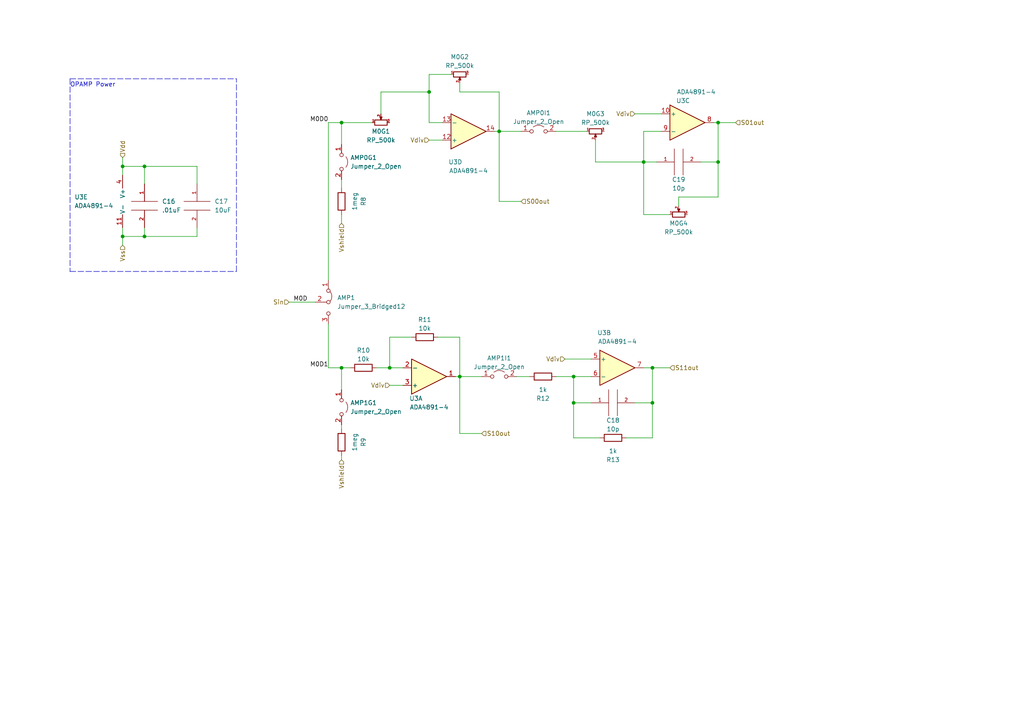
<source format=kicad_sch>
(kicad_sch (version 20211123) (generator eeschema)
  (paper "A4")
  (lib_symbols
    (symbol "Amplifier_Operational:LM324" (pin_names (offset 0.127))
      (property "Reference" "U" (at 0 5.08 0))
      (property "Value" "LM324" (at 0 -5.08 0))
      (symbol "LM324_1_1"
        (polyline (pts (xy -5.08 5.08) (xy 5.08 0) (xy -5.08 -5.08) (xy -5.08 5.08)) (stroke (width 0.254)) (fill (type background)))
        (pin output line (at 7.62 0 180) (length 2.54) (name "~") (number "1"))
        (pin input line (at -7.62 -2.54 0) (length 2.54) (name "-") (number "2"))
        (pin input line (at -7.62 2.54 0) (length 2.54) (name "+") (number "3"))
      )
      (symbol "LM324_2_1"
        (polyline (pts (xy -5.08 5.08) (xy 5.08 0) (xy -5.08 -5.08) (xy -5.08 5.08)) (stroke (width 0.254)) (fill (type background)))
        (pin input line (at -7.62 2.54 0) (length 2.54) (name "+") (number "5"))
        (pin input line (at -7.62 -2.54 0) (length 2.54) (name "-") (number "6"))
        (pin output line (at 7.62 0 180) (length 2.54) (name "~") (number "7"))
      )
      (symbol "LM324_3_1"
        (polyline (pts (xy -5.08 5.08) (xy 5.08 0) (xy -5.08 -5.08) (xy -5.08 5.08)) (stroke (width 0.254)) (fill (type background)))
        (pin input line (at -7.62 2.54 0) (length 2.54) (name "+") (number "10"))
        (pin output line (at 7.62 0 180) (length 2.54) (name "~") (number "8"))
        (pin input line (at -7.62 -2.54 0) (length 2.54) (name "-") (number "9"))
      )
      (symbol "LM324_4_1"
        (polyline (pts (xy -5.08 5.08) (xy 5.08 0) (xy -5.08 -5.08) (xy -5.08 5.08)) (stroke (width 0.254)) (fill (type background)))
        (pin input line (at -7.62 2.54 0) (length 2.54) (name "+") (number "12"))
        (pin input line (at -7.62 -2.54 0) (length 2.54) (name "-") (number "13"))
        (pin output line (at 7.62 0 180) (length 2.54) (name "~") (number "14"))
      )
      (symbol "LM324_5_1"
        (pin power_in line (at -2.54 -7.62 90) (length 3.81) (name "V-") (number "11"))
        (pin power_in line (at -2.54 7.62 270) (length 3.81) (name "V+") (number "4"))
      )
    )
    (symbol "Device:R" (pin_numbers hide) (pin_names (offset 0))
      (property "Reference" "R" (at 2.032 0 90))
      (property "Value" "R" (at 0 0 90))
      (symbol "R_0_1"
        (rectangle (start -1.016 -2.54) (end 1.016 2.54) (stroke (width 0.254)))
      )
      (symbol "R_1_1"
        (pin passive line (at 0 3.81 270) (length 1.27) (name "~") (number "1"))
        (pin passive line (at 0 -3.81 90) (length 1.27) (name "~") (number "2"))
      )
    )
    (symbol "Device:R_Potentiometer_Small" (pin_names (offset 1.016) hide)
      (property "Reference" "RV" (at -4.445 0 90))
      (property "Value" "R_Potentiometer_Small" (at -2.54 0 90))
      (symbol "R_Potentiometer_Small_0_1"
        (polyline (pts (xy 0.889 0) (xy 0.635 0) (xy 1.651 0.381) (xy 1.651 -0.381) (xy 0.635 0) (xy 0.889 0)) (fill (type outline)))
        (rectangle (start 0.762 1.8034) (end -0.762 -1.8034) (stroke (width 0.254)))
      )
      (symbol "R_Potentiometer_Small_1_1"
        (pin passive line (at 0 2.54 270) (length 0.635) (name "1") (number "1"))
        (pin passive line (at 2.54 0 180) (length 0.9906) (name "2") (number "2"))
        (pin passive line (at 0 -2.54 90) (length 0.635) (name "3") (number "3"))
      )
    )
    (symbol "Jumper:Jumper_2_Open" (pin_names (offset 0) hide)
      (property "Reference" "JP" (at 0 2.794 0))
      (property "Value" "Jumper_2_Open" (at 0 -2.286 0))
      (symbol "Jumper_2_Open_0_0"
        (circle (center -2.032 0) (radius 0.508))
        (circle (center 2.032 0) (radius 0.508))
      )
      (symbol "Jumper_2_Open_0_1"
        (arc (start 1.524 1.27) (mid 0 1.778) (end -1.524 1.27))
      )
      (symbol "Jumper_2_Open_1_1"
        (pin passive line (at -5.08 0 0) (length 2.54) (name "A") (number "1"))
        (pin passive line (at 5.08 0 180) (length 2.54) (name "B") (number "2"))
      )
    )
    (symbol "Jumper:Jumper_3_Bridged12" (pin_names (offset 0) hide)
      (property "Reference" "JP" (at -2.54 -2.54 0))
      (property "Value" "Jumper_3_Bridged12" (at 0 2.794 0))
      (symbol "Jumper_3_Bridged12_0_0"
        (circle (center -3.302 0) (radius 0.508))
        (circle (center 0 0) (radius 0.508))
        (circle (center 3.302 0) (radius 0.508))
      )
      (symbol "Jumper_3_Bridged12_0_1"
        (arc (start -0.254 0.508) (mid -1.651 0.9912) (end -3.048 0.508))
        (polyline (pts (xy 0 -1.27) (xy 0 -0.508)))
      )
      (symbol "Jumper_3_Bridged12_1_1"
        (pin passive line (at -6.35 0 0) (length 2.54) (name "A") (number "1"))
        (pin passive line (at 0 -3.81 90) (length 2.54) (name "C") (number "2"))
        (pin passive line (at 6.35 0 180) (length 2.54) (name "B") (number "3"))
      )
    )
    (symbol "pspice:CAP" (pin_names (offset 0.254))
      (property "Reference" "C" (at 2.54 3.81 90))
      (property "Value" "CAP" (at 2.54 -3.81 90))
      (symbol "CAP_0_1"
        (polyline (pts (xy -3.81 -1.27) (xy 3.81 -1.27)))
        (polyline (pts (xy -3.81 1.27) (xy 3.81 1.27)))
      )
      (symbol "CAP_1_1"
        (pin passive line (at 0 6.35 270) (length 5.08) (name "~") (number "1"))
        (pin passive line (at 0 -6.35 90) (length 5.08) (name "~") (number "2"))
      )
    )
  )
  (junction (at 166.37 116.84))
  (junction (at 133.35 109.22))
  (junction (at 208.28 46.99))
  (junction (at 35.56 68.58))
  (junction (at 99.06 106.68))
  (junction (at 144.78 38.1))
  (junction (at 124.46 26.67))
  (junction (at 208.28 35.56))
  (junction (at 189.23 106.68))
  (junction (at 99.06 35.56))
  (junction (at 113.03 106.68))
  (junction (at 35.56 48.26))
  (junction (at 189.23 116.84))
  (junction (at 41.91 68.58))
  (junction (at 41.91 48.26))
  (junction (at 166.37 109.22))
  (junction (at 186.69 46.99))
  (wire (pts (xy 208.28 35.56) (xy 213.36 35.56)))
  (wire (pts (xy 166.37 109.22) (xy 166.37 116.84)))
  (wire (pts (xy 186.69 38.1) (xy 186.69 46.99)))
  (wire (pts (xy 95.25 35.56) (xy 99.06 35.56)))
  (wire (pts (xy 95.25 106.68) (xy 99.06 106.68)))
  (wire (pts (xy 83.82 87.63) (xy 91.44 87.63)))
  (wire (pts (xy 208.28 46.99) (xy 208.28 35.56)))
  (wire (pts (xy 166.37 116.84) (xy 171.45 116.84)))
  (wire (pts (xy 95.25 93.98) (xy 95.25 106.68)))
  (wire (pts (xy 184.15 33.02) (xy 191.77 33.02)))
  (polyline (pts (xy 20.32 22.86) (xy 68.58 22.86)))
  (wire (pts (xy 133.35 24.13) (xy 133.35 26.67)))
  (wire (pts (xy 113.03 97.79) (xy 113.03 106.68)))
  (wire (pts (xy 133.35 26.67) (xy 144.78 26.67)))
  (wire (pts (xy 161.29 109.22) (xy 166.37 109.22)))
  (wire (pts (xy 144.78 58.42) (xy 151.13 58.42)))
  (wire (pts (xy 99.06 35.56) (xy 107.95 35.56)))
  (wire (pts (xy 124.46 21.59) (xy 124.46 26.67)))
  (wire (pts (xy 207.01 35.56) (xy 208.28 35.56)))
  (wire (pts (xy 113.03 111.76) (xy 116.84 111.76)))
  (polyline (pts (xy 20.32 22.86) (xy 20.32 78.74)))
  (wire (pts (xy 35.56 48.26) (xy 41.91 48.26)))
  (wire (pts (xy 57.15 68.58) (xy 41.91 68.58)))
  (wire (pts (xy 133.35 109.22) (xy 139.7 109.22)))
  (wire (pts (xy 144.78 38.1) (xy 144.78 58.42)))
  (wire (pts (xy 124.46 40.64) (xy 128.27 40.64)))
  (wire (pts (xy 184.15 116.84) (xy 189.23 116.84)))
  (wire (pts (xy 99.06 113.03) (xy 99.06 106.68)))
  (wire (pts (xy 35.56 45.72) (xy 35.56 48.26)))
  (wire (pts (xy 189.23 116.84) (xy 189.23 106.68)))
  (wire (pts (xy 99.06 124.46) (xy 99.06 123.19)))
  (wire (pts (xy 186.69 46.99) (xy 190.5 46.99)))
  (wire (pts (xy 144.78 38.1) (xy 151.13 38.1)))
  (wire (pts (xy 113.03 106.68) (xy 116.84 106.68)))
  (wire (pts (xy 196.85 59.69) (xy 196.85 57.15)))
  (wire (pts (xy 99.06 62.23) (xy 99.06 64.77)))
  (wire (pts (xy 172.72 40.64) (xy 172.72 46.99)))
  (wire (pts (xy 161.29 38.1) (xy 170.18 38.1)))
  (wire (pts (xy 130.81 21.59) (xy 124.46 21.59)))
  (wire (pts (xy 35.56 68.58) (xy 35.56 71.12)))
  (wire (pts (xy 144.78 26.67) (xy 144.78 38.1)))
  (wire (pts (xy 95.25 35.56) (xy 95.25 81.28)))
  (wire (pts (xy 163.83 104.14) (xy 171.45 104.14)))
  (wire (pts (xy 110.49 26.67) (xy 124.46 26.67)))
  (wire (pts (xy 196.85 57.15) (xy 208.28 57.15)))
  (wire (pts (xy 166.37 127) (xy 173.99 127)))
  (wire (pts (xy 41.91 66.04) (xy 41.91 68.58)))
  (wire (pts (xy 41.91 48.26) (xy 57.15 48.26)))
  (wire (pts (xy 149.86 109.22) (xy 153.67 109.22)))
  (wire (pts (xy 186.69 38.1) (xy 191.77 38.1)))
  (wire (pts (xy 35.56 48.26) (xy 35.56 50.8)))
  (wire (pts (xy 181.61 127) (xy 189.23 127)))
  (wire (pts (xy 132.08 109.22) (xy 133.35 109.22)))
  (wire (pts (xy 133.35 97.79) (xy 133.35 109.22)))
  (polyline (pts (xy 20.32 78.74) (xy 68.58 78.74)))
  (wire (pts (xy 143.51 38.1) (xy 144.78 38.1)))
  (wire (pts (xy 99.06 41.91) (xy 99.06 35.56)))
  (wire (pts (xy 186.69 62.23) (xy 186.69 46.99)))
  (wire (pts (xy 203.2 46.99) (xy 208.28 46.99)))
  (wire (pts (xy 133.35 109.22) (xy 133.35 125.73)))
  (wire (pts (xy 166.37 116.84) (xy 166.37 127)))
  (wire (pts (xy 127 97.79) (xy 133.35 97.79)))
  (wire (pts (xy 35.56 66.04) (xy 35.56 68.58)))
  (wire (pts (xy 189.23 127) (xy 189.23 116.84)))
  (wire (pts (xy 99.06 106.68) (xy 101.6 106.68)))
  (wire (pts (xy 41.91 68.58) (xy 35.56 68.58)))
  (wire (pts (xy 166.37 109.22) (xy 171.45 109.22)))
  (wire (pts (xy 110.49 33.02) (xy 110.49 26.67)))
  (wire (pts (xy 119.38 97.79) (xy 113.03 97.79)))
  (wire (pts (xy 124.46 35.56) (xy 124.46 26.67)))
  (wire (pts (xy 186.69 106.68) (xy 189.23 106.68)))
  (wire (pts (xy 99.06 54.61) (xy 99.06 52.07)))
  (wire (pts (xy 99.06 132.08) (xy 99.06 133.35)))
  (wire (pts (xy 57.15 66.04) (xy 57.15 68.58)))
  (wire (pts (xy 189.23 106.68) (xy 194.31 106.68)))
  (wire (pts (xy 208.28 57.15) (xy 208.28 46.99)))
  (polyline (pts (xy 68.58 78.74) (xy 68.58 22.86)))
  (wire (pts (xy 133.35 125.73) (xy 139.7 125.73)))
  (wire (pts (xy 109.22 106.68) (xy 113.03 106.68)))
  (wire (pts (xy 124.46 35.56) (xy 128.27 35.56)))
  (wire (pts (xy 172.72 46.99) (xy 186.69 46.99)))
  (wire (pts (xy 194.31 62.23) (xy 186.69 62.23)))
  (wire (pts (xy 57.15 53.34) (xy 57.15 48.26)))
  (wire (pts (xy 41.91 48.26) (xy 41.91 53.34)))
  (text "OPAMP Power" (at 20.32 25.4 0) (effects (font (size 1.27 1.27)) (justify left bottom)))
  (label "M0D1" (at 95.25 106.68 180))
  (label "M0D0" (at 95.25 35.56 180))
  (label "M0D" (at 85.09 87.63 0))
  (hierarchical_label "S11out" (shape input) (at 194.31 106.68 0))
  (hierarchical_label "Vdiv" (shape input) (at 163.83 104.14 180))
  (hierarchical_label "S10out" (shape input) (at 139.7 125.73 0))
  (hierarchical_label "Vshield" (shape input) (at 99.06 133.35 270))
  (hierarchical_label "S01out" (shape input) (at 213.36 35.56 0))
  (hierarchical_label "Vshield" (shape input) (at 99.06 64.77 270))
  (hierarchical_label "Sin" (shape input) (at 83.82 87.63 180))
  (hierarchical_label "S00out" (shape input) (at 151.13 58.42 0))
  (hierarchical_label "Vdiv" (shape input) (at 124.46 40.64 180))
  (hierarchical_label "Vdiv" (shape input) (at 113.03 111.76 180))
  (hierarchical_label "Vss" (shape input) (at 35.56 71.12 270))
  (hierarchical_label "Vdd" (shape input) (at 35.56 45.72 90))
  (hierarchical_label "Vdiv" (shape input) (at 184.15 33.02 180))
  (symbol (lib_id "Amplifier_Operational:LM324") (at 38.1 58.42 0) (unit 5)
    (property "Reference" "U3" (at 21.59 57.15 0) (effects (justify left)))
    (property "Value" "ADA4891-4" (at 21.59 59.69 0) (effects (justify left)))
    (property "Footprint" "Package_SO:SOIC-14_3.9x8.7mm_P1.27mm" (effects hide))
    (property "Datasheet" "https://eu.mouser.com/datasheet/2/609/ADA4891_1_4891_2_4891_3_4891_4-2955774.pdf" (effects hide))
    (property "Ref" "ADA4891-4ARZ-R7" (effects hide))
  )
  (symbol (lib_id "Device:R") (at 99.06 128.27 0) (unit 1)
    (property "Reference" "R9" (at 105.41 128.27 90))
    (property "Value" "1meg" (at 102.87 128.27 90))
    (property "Footprint" "Resistor_SMD:R_1206_3216Metric" (effects hide))
    (property "Datasheet" "https://nl.mouser.com/datasheet/2/447/Yageo_03_18_2021_PYu_RC_Group_51_RoHS_L_11-2199992.pdf" (effects hide))
    (property "Ref" "RC1206FR-071ML" (effects hide))
  )
  (symbol (lib_id "Amplifier_Operational:LM324") (at 124.46 109.22 0) (mirror x) (unit 1)
    (property "Reference" "U3" (at 120.65 115.57 0))
    (property "Value" "ADA4891-4" (at 124.46 118.11 0))
    (property "Footprint" "Package_SO:SOIC-14_3.9x8.7mm_P1.27mm" (effects hide))
    (property "Datasheet" "https://eu.mouser.com/datasheet/2/609/ADA4891_1_4891_2_4891_3_4891_4-2955774.pdf" (effects hide))
    (property "Ref" "ADA4891-4ARZ-R7" (effects hide))
  )
  (symbol (lib_id "pspice:CAP") (at 57.15 59.69 0) (unit 1)
    (property "Reference" "C17" (at 62.23 58.4199 0) (effects (justify left)))
    (property "Value" "10uF" (at 62.23 60.9599 0) (effects (justify left)))
    (property "Footprint" "Capacitor_SMD:C_0805_2012Metric_Pad1.18x1.45mm_HandSolder" (effects hide))
    (property "Datasheet" "https://eu.mouser.com/datasheet/2/585/MLCC-1837944.pdf" (effects hide))
    (property "Ref" "CL21A106KOQNNNF" (effects hide))
  )
  (symbol (lib_id "pspice:CAP") (at 196.85 46.99 90) (unit 1)
    (property "Reference" "C19" (at 196.85 52.07 90))
    (property "Value" "10p" (at 196.85 54.61 90))
    (property "Footprint" "Capacitor_SMD:C_0603_1608Metric_Pad1.08x0.95mm_HandSolder" (effects hide))
    (property "Datasheet" "https://www.mouser.com/datasheet/2/445/885012006032-1727090.pdf" (effects hide))
    (property "Ref" "885012006032" (effects hide))
  )
  (symbol (lib_id "pspice:CAP") (at 41.91 59.69 0) (unit 1)
    (property "Reference" "C16" (at 46.99 58.42 0) (effects (justify left)))
    (property "Value" ".01uF" (at 46.99 60.96 0) (effects (justify left)))
    (property "Footprint" "Capacitor_SMD:C_0603_1608Metric_Pad1.08x0.95mm_HandSolder" (effects hide))
    (property "Datasheet" "https://eu.mouser.com/datasheet/2/212/KEM_C1002_X7R_SMD-1102033.pdf" (effects hide))
    (property "Ref" "C0603C103M5RACTU" (effects hide))
  )
  (symbol (lib_id "Device:R_Potentiometer_Small") (at 133.35 21.59 90) (mirror x) (unit 1)
    (property "Reference" "M0G2" (at 133.35 16.51 90))
    (property "Value" "RP_500k" (at 133.35 19.05 90))
    (property "Footprint" "Potentiometer_SMD:Potentiometer_Bourns_TC33X_Vertical" (effects hide))
    (property "Datasheet" "https://www.mouser.com/datasheet/2/54/tc33-778219.pdf" (effects hide))
    (property "Ref" "TC33X-2-504G" (effects hide))
  )
  (symbol (lib_id "Device:R") (at 157.48 109.22 90) (mirror x) (unit 1)
    (property "Reference" "R12" (at 157.48 115.57 90))
    (property "Value" "1k" (at 157.48 113.03 90))
    (property "Footprint" "Resistor_SMD:R_0603_1608Metric_Pad0.98x0.95mm_HandSolder" (effects hide))
    (property "Datasheet" "https://www.mouser.com/datasheet/2/447/PYu_RT_1_to_0_01_RoHS_L_12-3003070.pdf" (effects hide))
    (property "Ref" "RT0603FRE131KL" (effects hide))
  )
  (symbol (lib_id "Device:R_Potentiometer_Small") (at 196.85 62.23 90) (unit 1)
    (property "Reference" "M0G4" (at 196.85 64.77 90))
    (property "Value" "RP_500k" (at 196.85 67.31 90))
    (property "Footprint" "Potentiometer_SMD:Potentiometer_Bourns_TC33X_Vertical" (effects hide))
    (property "Datasheet" "https://www.mouser.com/datasheet/2/54/tc33-778219.pdf" (effects hide))
    (property "Ref" "TC33X-2-504G" (effects hide))
  )
  (symbol (lib_id "Jumper:Jumper_2_Open") (at 156.21 38.1 0) (unit 1)
    (property "Reference" "AMP0I1" (at 156.21 32.7492 0))
    (property "Value" "Jumper_2_Open" (at 156.21 35.2861 0))
    (property "Footprint" "Connector_PinHeader_2.54mm:PinHeader_1x02_P2.54mm_Vertical" (effects hide))
  )
  (symbol (lib_id "Device:R") (at 99.06 58.42 0) (unit 1)
    (property "Reference" "R8" (at 105.41 58.42 90))
    (property "Value" "1meg" (at 102.87 58.42 90))
    (property "Footprint" "Resistor_SMD:R_1206_3216Metric" (effects hide))
    (property "Datasheet" "https://nl.mouser.com/datasheet/2/447/Yageo_03_18_2021_PYu_RC_Group_51_RoHS_L_11-2199992.pdf" (effects hide))
    (property "Ref" "RC1206FR-071ML" (effects hide))
  )
  (symbol (lib_id "Device:R_Potentiometer_Small") (at 172.72 38.1 90) (mirror x) (unit 1)
    (property "Reference" "M0G3" (at 172.72 33.02 90))
    (property "Value" "RP_500k" (at 172.72 35.56 90))
    (property "Footprint" "Potentiometer_SMD:Potentiometer_Bourns_TC33X_Vertical" (effects hide))
    (property "Datasheet" "https://www.mouser.com/datasheet/2/54/tc33-778219.pdf" (effects hide))
    (property "Ref" "TC33X-2-504G" (effects hide))
  )
  (symbol (lib_id "Jumper:Jumper_2_Open") (at 144.78 109.22 0) (unit 1)
    (property "Reference" "AMP1I1" (at 144.78 103.8692 0))
    (property "Value" "Jumper_2_Open" (at 144.78 106.4061 0))
    (property "Footprint" "Connector_PinHeader_2.54mm:PinHeader_1x02_P2.54mm_Vertical" (effects hide))
  )
  (symbol (lib_id "Amplifier_Operational:LM324") (at 135.89 38.1 0) (mirror x) (unit 4)
    (property "Reference" "U3" (at 132.08 46.99 0))
    (property "Value" "ADA4891-4" (at 135.89 49.53 0))
    (property "Footprint" "Package_SO:SOIC-14_3.9x8.7mm_P1.27mm" (effects hide))
    (property "Datasheet" "https://eu.mouser.com/datasheet/2/609/ADA4891_1_4891_2_4891_3_4891_4-2955774.pdf" (effects hide))
    (property "Ref" "ADA4891-4ARZ-R7" (effects hide))
  )
  (symbol (lib_id "Jumper:Jumper_3_Bridged12") (at 95.25 87.63 270) (unit 1)
    (property "Reference" "AMP1" (at 97.79 86.3599 90) (effects (justify left)))
    (property "Value" "Jumper_3_Bridged12" (at 97.79 88.8999 90) (effects (justify left)))
    (property "Footprint" "Connector_PinHeader_2.54mm:PinHeader_1x03_P2.54mm_Vertical" (effects hide))
  )
  (symbol (lib_id "Amplifier_Operational:LM324") (at 199.39 35.56 0) (unit 3)
    (property "Reference" "U3" (at 198.12 29.21 0))
    (property "Value" "ADA4891-4" (at 201.93 26.67 0))
    (property "Footprint" "Package_SO:SOIC-14_3.9x8.7mm_P1.27mm" (effects hide))
    (property "Datasheet" "https://eu.mouser.com/datasheet/2/609/ADA4891_1_4891_2_4891_3_4891_4-2955774.pdf" (effects hide))
    (property "Ref" "ADA4891-4ARZ-R7" (effects hide))
  )
  (symbol (lib_id "Amplifier_Operational:LM324") (at 179.07 106.68 0) (unit 2)
    (property "Reference" "U3" (at 175.26 96.52 0))
    (property "Value" "ADA4891-4" (at 179.07 99.06 0))
    (property "Footprint" "Package_SO:SOIC-14_3.9x8.7mm_P1.27mm" (effects hide))
    (property "Datasheet" "https://eu.mouser.com/datasheet/2/609/ADA4891_1_4891_2_4891_3_4891_4-2955774.pdf" (effects hide))
    (property "Ref" "ADA4891-4ARZ-R7" (effects hide))
  )
  (symbol (lib_id "Device:R") (at 177.8 127 90) (mirror x) (unit 1)
    (property "Reference" "R13" (at 177.8 133.35 90))
    (property "Value" "1k" (at 177.8 130.81 90))
    (property "Footprint" "Resistor_SMD:R_0603_1608Metric_Pad0.98x0.95mm_HandSolder" (effects hide))
    (property "Datasheet" "https://www.mouser.com/datasheet/2/447/PYu_RT_1_to_0_01_RoHS_L_12-3003070.pdf" (effects hide))
    (property "Ref" "RT0603FRE131KL" (effects hide))
  )
  (symbol (lib_id "Device:R_Potentiometer_Small") (at 110.49 35.56 90) (unit 1)
    (property "Reference" "M0G1" (at 110.49 38.1 90))
    (property "Value" "RP_500k" (at 110.49 40.64 90))
    (property "Footprint" "Potentiometer_SMD:Potentiometer_Bourns_TC33X_Vertical" (effects hide))
    (property "Datasheet" "https://www.mouser.com/datasheet/2/54/tc33-778219.pdf" (effects hide))
    (property "Ref" "TC33X-2-504G" (effects hide))
  )
  (symbol (lib_id "Jumper:Jumper_2_Open") (at 99.06 118.11 270) (unit 1)
    (property "Reference" "AMP1G1" (at 101.6 116.84 90) (effects (justify left)))
    (property "Value" "Jumper_2_Open" (at 101.6 119.38 90) (effects (justify left)))
    (property "Footprint" "Connector_PinHeader_2.54mm:PinHeader_1x02_P2.54mm_Vertical" (effects hide))
  )
  (symbol (lib_id "pspice:CAP") (at 177.8 116.84 90) (unit 1)
    (property "Reference" "C18" (at 177.8 121.92 90))
    (property "Value" "10p" (at 177.8 124.46 90))
    (property "Footprint" "Capacitor_SMD:C_0603_1608Metric_Pad1.08x0.95mm_HandSolder" (effects hide))
    (property "Datasheet" "https://www.mouser.com/datasheet/2/445/885012006032-1727090.pdf" (effects hide))
    (property "Ref" "885012006032" (effects hide))
  )
  (symbol (lib_id "Device:R") (at 123.19 97.79 270) (unit 1)
    (property "Reference" "R11" (at 123.19 92.71 90))
    (property "Value" "10k" (at 123.19 95.25 90))
    (property "Footprint" "Resistor_SMD:R_0603_1608Metric" (effects hide))
    (property "Datasheet" "https://www.mouser.com/datasheet/2/447/PYu_RT_1_to_0_01_RoHS_L_12-3003070.pdf" (effects hide))
    (property "Ref" "RT0603DRE0710KL" (effects hide))
  )
  (symbol (lib_id "Jumper:Jumper_2_Open") (at 99.06 46.99 270) (unit 1)
    (property "Reference" "AMP0G1" (at 101.6 45.72 90) (effects (justify left)))
    (property "Value" "Jumper_2_Open" (at 101.6 48.26 90) (effects (justify left)))
    (property "Footprint" "Connector_PinHeader_2.54mm:PinHeader_1x02_P2.54mm_Vertical" (effects hide))
  )
  (symbol (lib_id "Device:R") (at 105.41 106.68 270) (unit 1)
    (property "Reference" "R10" (at 105.41 101.6 90))
    (property "Value" "10k" (at 105.41 104.14 90))
    (property "Footprint" "Resistor_SMD:R_0603_1608Metric" (effects hide))
    (property "Datasheet" "https://www.mouser.com/datasheet/2/447/PYu_RT_1_to_0_01_RoHS_L_12-3003070.pdf" (effects hide))
    (property "Ref" "RT0603DRE0710KL" (effects hide))
  )
)
</source>
